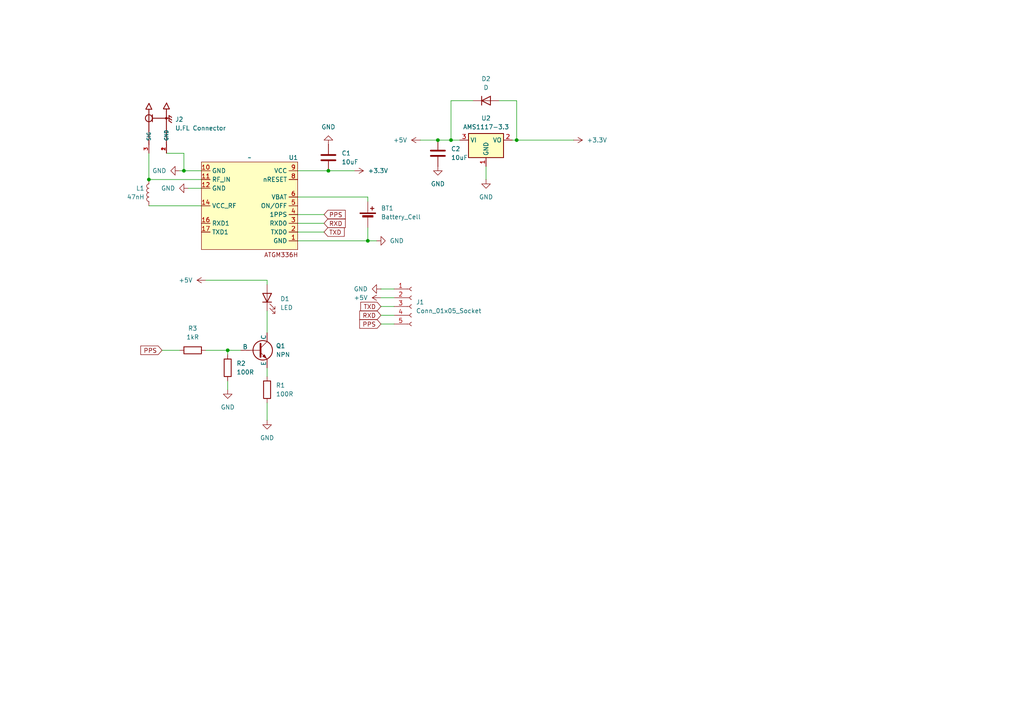
<source format=kicad_sch>
(kicad_sch (version 20231120) (generator "eeschema") (generator_version "8.0")
  (paper "A4")
  (lib_symbols
    (symbol "Connector:Conn_01x05_Socket" (pin_names (offset 1.016) hide)
      (property "Reference" "J" (at 0 7.62 0))
      (property "Value" "Conn_01x05_Socket" (at 0 -7.62 0))
      (symbol "Conn_01x05_Socket_1_1"
        (arc (start 0 -4.572) (mid -0.5058 -5.08) (end 0 -5.588) (stroke (width 0.1524)))
        (arc (start 0 -2.032) (mid -0.5058 -2.54) (end 0 -3.048) (stroke (width 0.1524)))
        (polyline (pts (xy -1.27 -5.08) (xy -0.508 -5.08)) (stroke (width 0.1524)))
        (polyline (pts (xy -1.27 -2.54) (xy -0.508 -2.54)) (stroke (width 0.1524)))
        (polyline (pts (xy -1.27 0) (xy -0.508 0)) (stroke (width 0.1524)))
        (polyline (pts (xy -1.27 2.54) (xy -0.508 2.54)) (stroke (width 0.1524)))
        (polyline (pts (xy -1.27 5.08) (xy -0.508 5.08)) (stroke (width 0.1524)))
        (arc (start 0 0.508) (mid -0.5058 0) (end 0 -0.508) (stroke (width 0.1524)))
        (arc (start 0 3.048) (mid -0.5058 2.54) (end 0 2.032) (stroke (width 0.1524)))
        (arc (start 0 5.588) (mid -0.5058 5.08) (end 0 4.572) (stroke (width 0.1524)))
        (pin passive line (at -5.08 5.08 0) (length 3.81) (name "Pin_1") (number "1"))
        (pin passive line (at -5.08 2.54 0) (length 3.81) (name "Pin_2") (number "2"))
        (pin passive line (at -5.08 0 0) (length 3.81) (name "Pin_3") (number "3"))
        (pin passive line (at -5.08 -2.54 0) (length 3.81) (name "Pin_4") (number "4"))
        (pin passive line (at -5.08 -5.08 0) (length 3.81) (name "Pin_5") (number "5"))
      )
    )
    (symbol "Device:Battery_Cell" (pin_numbers hide) (pin_names (offset 0) hide)
      (property "Reference" "BT" (at 2.54 2.54 0))
      (property "Value" "Battery_Cell" (at 2.54 0 0))
      (symbol "Battery_Cell_0_1"
        (rectangle (start -2.286 1.778) (end 2.286 1.524) (fill (type outline)))
        (rectangle (start -1.524 1.016) (end 1.524 0.508) (fill (type outline)))
        (polyline (pts (xy 0 0.762) (xy 0 0)))
        (polyline (pts (xy 0 1.778) (xy 0 2.54)))
        (polyline (pts (xy 0.762 3.048) (xy 1.778 3.048)) (stroke (width 0.254)))
        (polyline (pts (xy 1.27 3.556) (xy 1.27 2.54)) (stroke (width 0.254)))
      )
      (symbol "Battery_Cell_1_1"
        (pin passive line (at 0 5.08 270) (length 2.54) (name "+") (number "1"))
        (pin passive line (at 0 -2.54 90) (length 2.54) (name "-") (number "2"))
      )
    )
    (symbol "Device:C" (pin_numbers hide) (pin_names (offset 0.254))
      (property "Reference" "C" (at 0.635 2.54 0))
      (property "Value" "C" (at 0.635 -2.54 0))
      (symbol "C_0_1"
        (polyline (pts (xy -2.032 -0.762) (xy 2.032 -0.762)) (stroke (width 0.508)))
        (polyline (pts (xy -2.032 0.762) (xy 2.032 0.762)) (stroke (width 0.508)))
      )
      (symbol "C_1_1"
        (pin passive line (at 0 3.81 270) (length 2.794) (name "~") (number "1"))
        (pin passive line (at 0 -3.81 90) (length 2.794) (name "~") (number "2"))
      )
    )
    (symbol "Device:D" (pin_numbers hide) (pin_names (offset 1.016) hide)
      (property "Reference" "D" (at 0 2.54 0))
      (property "Value" "D" (at 0 -2.54 0))
      (symbol "D_0_1"
        (polyline (pts (xy -1.27 1.27) (xy -1.27 -1.27)) (stroke (width 0.254)))
        (polyline (pts (xy 1.27 0) (xy -1.27 0)))
        (polyline (pts (xy 1.27 1.27) (xy 1.27 -1.27) (xy -1.27 0) (xy 1.27 1.27)) (stroke (width 0.254)))
      )
      (symbol "D_1_1"
        (pin passive line (at -3.81 0 0) (length 2.54) (name "K") (number "1"))
        (pin passive line (at 3.81 0 180) (length 2.54) (name "A") (number "2"))
      )
    )
    (symbol "Device:L" (pin_numbers hide) (pin_names (offset 1.016) hide)
      (property "Reference" "L" (at -1.27 0 90))
      (property "Value" "L" (at 1.905 0 90))
      (symbol "L_0_1"
        (arc (start 0 -2.54) (mid 0.6323 -1.905) (end 0 -1.27))
        (arc (start 0 -1.27) (mid 0.6323 -0.635) (end 0 0))
        (arc (start 0 0) (mid 0.6323 0.635) (end 0 1.27))
        (arc (start 0 1.27) (mid 0.6323 1.905) (end 0 2.54))
      )
      (symbol "L_1_1"
        (pin passive line (at 0 3.81 270) (length 1.27) (name "1") (number "1"))
        (pin passive line (at 0 -3.81 90) (length 1.27) (name "2") (number "2"))
      )
    )
    (symbol "Device:LED" (pin_numbers hide) (pin_names (offset 1.016) hide)
      (property "Reference" "D" (at 0 2.54 0))
      (property "Value" "LED" (at 0 -2.54 0))
      (symbol "LED_0_1"
        (polyline (pts (xy -1.27 -1.27) (xy -1.27 1.27)) (stroke (width 0.254)))
        (polyline (pts (xy -1.27 0) (xy 1.27 0)))
        (polyline (pts (xy 1.27 -1.27) (xy 1.27 1.27) (xy -1.27 0) (xy 1.27 -1.27)) (stroke (width 0.254)))
        (polyline (pts (xy -3.048 -0.762) (xy -4.572 -2.286) (xy -3.81 -2.286) (xy -4.572 -2.286) (xy -4.572 -1.524)))
        (polyline (pts (xy -1.778 -0.762) (xy -3.302 -2.286) (xy -2.54 -2.286) (xy -3.302 -2.286) (xy -3.302 -1.524)))
      )
      (symbol "LED_1_1"
        (pin passive line (at -3.81 0 0) (length 2.54) (name "K") (number "1"))
        (pin passive line (at 3.81 0 180) (length 2.54) (name "A") (number "2"))
      )
    )
    (symbol "Device:R" (pin_numbers hide) (pin_names (offset 0))
      (property "Reference" "R" (at 2.032 0 90))
      (property "Value" "R" (at 0 0 90))
      (symbol "R_0_1"
        (rectangle (start -1.016 -2.54) (end 1.016 2.54) (stroke (width 0.254)))
      )
      (symbol "R_1_1"
        (pin passive line (at 0 3.81 270) (length 1.27) (name "~") (number "1"))
        (pin passive line (at 0 -3.81 90) (length 1.27) (name "~") (number "2"))
      )
    )
    (symbol "GPS:ATGM336H"
      (property "Reference" "U" (at -0.254 0.254 0))
      (symbol "ATGM336H_0_1"
        (rectangle (start -13.97 12.7) (end 13.97 -12.7) (fill (type background)))
      )
      (symbol "ATGM336H_1_1"
        (text "ATGM336H" (at 9.144 -14.224 0) (effects (font (size 1.27 1.27))))
        (pin power_in line (at 13.97 -10.16 180) (length 2.54) (name "GND") (number "1"))
        (pin power_in line (at -13.97 10.16 0) (length 2.54) (name "GND") (number "10"))
        (pin input line (at -13.97 7.62 0) (length 2.54) (name "RF_IN") (number "11"))
        (pin power_in line (at -13.97 5.08 0) (length 2.54) (name "GND") (number "12"))
        (pin no_connect line (at -13.97 2.54 0) (length 2.54) hide (name "NC") (number "13"))
        (pin power_out line (at -13.97 0 0) (length 2.54) (name "VCC_RF") (number "14"))
        (pin no_connect line (at -13.97 -2.54 0) (length 2.54) hide (name "RSVED") (number "15"))
        (pin input line (at -13.97 -5.08 0) (length 2.54) (name "RXD1") (number "16"))
        (pin output line (at -13.97 -7.62 0) (length 2.54) (name "TXD1") (number "17"))
        (pin no_connect line (at -13.97 -10.16 0) (length 2.54) hide (name "RSVED") (number "18"))
        (pin output line (at 13.97 -7.62 180) (length 2.54) (name "TXD0") (number "2"))
        (pin input line (at 13.97 -5.08 180) (length 2.54) (name "RXD0") (number "3"))
        (pin output line (at 13.97 -2.54 180) (length 2.54) (name "1PPS") (number "4"))
        (pin input line (at 13.97 0 180) (length 2.54) (name "ON/OFF") (number "5"))
        (pin power_in line (at 13.97 2.54 180) (length 2.54) (name "VBAT") (number "6"))
        (pin no_connect line (at 13.97 5.08 180) (length 2.54) hide (name "NC") (number "7"))
        (pin input line (at 13.97 7.62 180) (length 2.54) (name "nRESET") (number "8"))
        (pin power_in line (at 13.97 10.16 180) (length 2.54) (name "VCC") (number "9"))
      )
    )
    (symbol "Regulator_Linear:AMS1117-3.3"
      (property "Reference" "U" (at -3.81 3.175 0))
      (property "Value" "AMS1117-3.3" (at 0 3.175 0))
      (symbol "AMS1117-3.3_0_1"
        (rectangle (start -5.08 -5.08) (end 5.08 1.905) (stroke (width 0.254)) (fill (type background)))
      )
      (symbol "AMS1117-3.3_1_1"
        (pin power_in line (at 0 -7.62 90) (length 2.54) (name "GND") (number "1"))
        (pin power_out line (at 7.62 0 180) (length 2.54) (name "VO") (number "2"))
        (pin power_in line (at -7.62 0 0) (length 2.54) (name "VI") (number "3"))
      )
    )
    (symbol "Simulation_SPICE:NPN" (pin_numbers hide) (pin_names (offset 0))
      (property "Reference" "Q" (at -2.54 7.62 0))
      (property "Value" "NPN" (at -2.54 5.08 0))
      (symbol "NPN_0_1"
        (polyline (pts (xy -2.54 0) (xy 0.635 0)) (stroke (width 0.1524)))
        (polyline (pts (xy 0.635 0.635) (xy 2.54 2.54)))
        (polyline (pts (xy 2.794 -1.27) (xy 2.794 -1.27)) (stroke (width 0.1524)))
        (polyline (pts (xy 2.794 -1.27) (xy 2.794 -1.27)) (stroke (width 0.1524)))
        (polyline (pts (xy 0.635 -0.635) (xy 2.54 -2.54) (xy 2.54 -2.54)))
        (polyline (pts (xy 0.635 1.905) (xy 0.635 -1.905) (xy 0.635 -1.905)) (stroke (width 0.508)))
        (polyline (pts (xy 1.27 -1.778) (xy 1.778 -1.27) (xy 2.286 -2.286) (xy 1.27 -1.778) (xy 1.27 -1.778)) (fill (type outline)))
        (circle (center 1.27 0) (radius 2.8194) (stroke (width 0.254)))
      )
      (symbol "NPN_1_1"
        (pin open_collector line (at 2.54 5.08 270) (length 2.54) (name "C") (number "1"))
        (pin input line (at -5.08 0 0) (length 2.54) (name "B") (number "2"))
        (pin open_emitter line (at 2.54 -5.08 90) (length 2.54) (name "E") (number "3"))
      )
    )
    (symbol "U.FL-R-SMT_01_:U.FL-R-SMT_01_" (pin_names (offset 1.016))
      (property "Reference" "J" (at -3.8186 4.0731 0))
      (property "Value" "U.FL-R-SMT_01_" (at -4.3278 -5.6007 0))
      (symbol "U.FL-R-SMT_01__0_0"
        (circle (center 0 -2.54) (radius 0.254) (stroke (width 0.254)))
        (polyline (pts (xy -7.62 -2.54) (xy 0 -2.54)) (stroke (width 0.254)))
        (polyline (pts (xy -7.62 2.54) (xy 2.54 2.54)) (stroke (width 0.254)))
        (polyline (pts (xy -1.016 1.524) (xy 0 1.524)) (stroke (width 0.254)))
        (polyline (pts (xy -0.762 -3.302) (xy -1.27 -4.064)) (stroke (width 0.254)))
        (polyline (pts (xy 0 -3.302) (xy -0.762 -3.302)) (stroke (width 0.254)))
        (polyline (pts (xy 0 -3.302) (xy -0.508 -4.064)) (stroke (width 0.254)))
        (polyline (pts (xy 0 -3.302) (xy 0.762 -3.302)) (stroke (width 0.254)))
        (polyline (pts (xy 0 -2.54) (xy 0 -3.302)) (stroke (width 0.254)))
        (polyline (pts (xy 0 1.524) (xy 0 -2.54)) (stroke (width 0.254)))
        (polyline (pts (xy 0 1.524) (xy 1.016 1.524)) (stroke (width 0.254)))
        (polyline (pts (xy 0.762 -3.302) (xy 0.254 -4.064)) (stroke (width 0.254)))
        (polyline (pts (xy 2.54 -2.54) (xy 0 -2.54)) (stroke (width 0.254)))
        (polyline (pts (xy 2.6 1.7) (xy 4.3 2.5)) (stroke (width 0.254)))
        (polyline (pts (xy 2.6 3.4) (xy 2.6 1.7)) (stroke (width 0.254)))
        (polyline (pts (xy 2.7 -3.4) (xy 4.4 -2.6)) (stroke (width 0.254)))
        (polyline (pts (xy 2.7 -1.7) (xy 2.7 -3.4)) (stroke (width 0.254)))
        (polyline (pts (xy 4.3 2.5) (xy 2.7 3.4)) (stroke (width 0.254)))
        (polyline (pts (xy 4.4 -2.6) (xy 2.8 -1.7)) (stroke (width 0.254)))
        (circle (center 0 2.54) (radius 1.016) (stroke (width 0.254)))
        (pin passive line (at -10.16 -2.54 0) (length 2.54) (name "GND") (number "1"))
        (pin passive line (at -10.16 -2.54 0) (length 2.54) (name "GND") (number "2"))
        (pin passive line (at -10.16 2.54 0) (length 2.54) (name "SIG") (number "3"))
      )
    )
    (symbol "power:+3.3V" (power) (pin_numbers hide) (pin_names (offset 0) hide)
      (property "Value" "+3.3V" (at 0 3.556 0))
      (symbol "+3.3V_0_1"
        (polyline (pts (xy -0.762 1.27) (xy 0 2.54)))
        (polyline (pts (xy 0 0) (xy 0 2.54)))
        (polyline (pts (xy 0 2.54) (xy 0.762 1.27)))
      )
      (symbol "+3.3V_1_1"
        (pin power_in line (at 0 0 90) (length 0) (name "~") (number "1"))
      )
    )
    (symbol "power:+5V" (power) (pin_numbers hide) (pin_names (offset 0) hide)
      (property "Value" "+5V" (at 0 3.556 0))
      (symbol "+5V_0_1"
        (polyline (pts (xy -0.762 1.27) (xy 0 2.54)))
        (polyline (pts (xy 0 0) (xy 0 2.54)))
        (polyline (pts (xy 0 2.54) (xy 0.762 1.27)))
      )
      (symbol "+5V_1_1"
        (pin power_in line (at 0 0 90) (length 0) (name "~") (number "1"))
      )
    )
    (symbol "power:GND" (power) (pin_numbers hide) (pin_names (offset 0) hide)
      (property "Value" "GND" (at 0 -3.81 0))
      (symbol "GND_0_1"
        (polyline (pts (xy 0 0) (xy 0 -1.27) (xy 1.27 -1.27) (xy 0 -2.54) (xy -1.27 -1.27) (xy 0 -1.27)))
      )
      (symbol "GND_1_1"
        (pin power_in line (at 0 0 270) (length 0) (name "~") (number "1"))
      )
    )
  )
  (junction (at 43.18 52.07))
  (junction (at 53.34 49.53))
  (junction (at 127 40.64))
  (junction (at 106.68 69.85))
  (junction (at 95.25 49.53))
  (junction (at 130.81 40.64))
  (junction (at 66.04 101.6))
  (junction (at 149.86 40.64))
  (wire (pts (xy 43.18 44.45) (xy 43.18 52.07)))
  (wire (pts (xy 58.42 54.61) (xy 54.61 54.61)))
  (wire (pts (xy 86.36 49.53) (xy 95.25 49.53)))
  (wire (pts (xy 66.04 102.87) (xy 66.04 101.6)))
  (wire (pts (xy 86.36 57.15) (xy 106.68 57.15)))
  (wire (pts (xy 110.49 83.82) (xy 114.3 83.82)))
  (wire (pts (xy 77.47 90.17) (xy 77.47 96.52)))
  (wire (pts (xy 46.99 101.6) (xy 52.07 101.6)))
  (wire (pts (xy 106.68 66.04) (xy 106.68 69.85)))
  (wire (pts (xy 110.49 88.9) (xy 114.3 88.9)))
  (wire (pts (xy 148.59 40.64) (xy 149.86 40.64)))
  (wire (pts (xy 95.25 49.53) (xy 102.87 49.53)))
  (wire (pts (xy 110.49 93.98) (xy 114.3 93.98)))
  (wire (pts (xy 110.49 86.36) (xy 114.3 86.36)))
  (wire (pts (xy 149.86 40.64) (xy 166.37 40.64)))
  (wire (pts (xy 130.81 40.64) (xy 130.81 29.21)))
  (wire (pts (xy 130.81 29.21) (xy 137.16 29.21)))
  (wire (pts (xy 52.07 49.53) (xy 53.34 49.53)))
  (wire (pts (xy 53.34 44.45) (xy 53.34 49.53)))
  (wire (pts (xy 58.42 52.07) (xy 43.18 52.07)))
  (wire (pts (xy 86.36 62.23) (xy 93.98 62.23)))
  (wire (pts (xy 106.68 57.15) (xy 106.68 58.42)))
  (wire (pts (xy 86.36 64.77) (xy 93.98 64.77)))
  (wire (pts (xy 86.36 69.85) (xy 106.68 69.85)))
  (wire (pts (xy 106.68 69.85) (xy 109.22 69.85)))
  (wire (pts (xy 66.04 101.6) (xy 69.85 101.6)))
  (wire (pts (xy 121.92 40.64) (xy 127 40.64)))
  (wire (pts (xy 77.47 106.68) (xy 77.47 109.22)))
  (wire (pts (xy 77.47 116.84) (xy 77.47 121.92)))
  (wire (pts (xy 86.36 67.31) (xy 93.98 67.31)))
  (wire (pts (xy 130.81 40.64) (xy 133.35 40.64)))
  (wire (pts (xy 59.69 101.6) (xy 66.04 101.6)))
  (wire (pts (xy 59.69 81.28) (xy 77.47 81.28)))
  (wire (pts (xy 53.34 44.45) (xy 48.26 44.45)))
  (wire (pts (xy 149.86 29.21) (xy 149.86 40.64)))
  (wire (pts (xy 110.49 91.44) (xy 114.3 91.44)))
  (wire (pts (xy 140.97 52.07) (xy 140.97 48.26)))
  (wire (pts (xy 77.47 81.28) (xy 77.47 82.55)))
  (wire (pts (xy 144.78 29.21) (xy 149.86 29.21)))
  (wire (pts (xy 66.04 110.49) (xy 66.04 113.03)))
  (wire (pts (xy 127 40.64) (xy 130.81 40.64)))
  (wire (pts (xy 53.34 49.53) (xy 58.42 49.53)))
  (wire (pts (xy 43.18 59.69) (xy 58.42 59.69)))
  (global_label "PPS" (shape input) (at 93.98 62.23 0) (property "Intersheetrefs" "${INTERSHEET_REFS}" (effects (hide yes))))
  (global_label "PPS" (shape input) (at 110.49 93.98 180) (property "Intersheetrefs" "${INTERSHEET_REFS}" (effects (hide yes))))
  (global_label "RXD" (shape input) (at 93.98 64.77 0) (property "Intersheetrefs" "${INTERSHEET_REFS}" (effects (hide yes))))
  (global_label "TXD" (shape input) (at 93.98 67.31 0) (property "Intersheetrefs" "${INTERSHEET_REFS}" (effects (hide yes))))
  (global_label "RXD" (shape input) (at 110.49 91.44 180) (property "Intersheetrefs" "${INTERSHEET_REFS}" (effects (hide yes))))
  (global_label "PPS" (shape input) (at 46.99 101.6 180) (property "Intersheetrefs" "${INTERSHEET_REFS}" (effects (hide yes))))
  (global_label "TXD" (shape input) (at 110.49 88.9 180) (property "Intersheetrefs" "${INTERSHEET_REFS}" (effects (hide yes))))
  (symbol (lib_id "Device:R") (at 55.88 101.6 270) (unit 1)
    (property "Reference" "R3" (at 55.88 95.25 90))
    (property "Value" "1kR" (at 55.88 97.79 90))
    (property "Footprint" "Resistor_SMD:R_0603_1608Metric_Pad0.98x0.95mm_HandSolder" (effects (hide yes)))
    (property "Description" "Resistor" (effects (hide yes)))
  )
  (symbol (lib_id "Simulation_SPICE:NPN") (at 74.93 101.6 0) (unit 1)
    (property "Reference" "Q1" (at 80.01 100.3299 0) (effects (justify left)))
    (property "Value" "NPN" (at 80.01 102.8699 0) (effects (justify left)))
    (property "Footprint" "Package_TO_SOT_SMD:SOT-89-3_Handsoldering" (effects (hide yes)))
    (property "Datasheet" "https://ngspice.sourceforge.io/docs/ngspice-html-manual/manual.xhtml#cha_BJTs" (effects (hide yes)))
    (property "Description" "Bipolar transistor symbol for simulation only, substrate tied to the emitter" (effects (hide yes)))
    (property "Sim.Device" "NPN" (effects (hide yes)))
    (property "Sim.Type" "GUMMELPOON" (effects (hide yes)))
    (property "Sim.Pins" "1=C 2=B 3=E" (effects (hide yes)))
  )
  (symbol (lib_id "power:GND") (at 77.47 121.92 0) (unit 1)
    (property "Reference" "#PWR04" (effects (hide yes)))
    (property "Value" "GND" (at 77.47 127 0))
    (property "Description" "Power symbol creates a global label with name \"GND\" , ground" (effects (hide yes)))
  )
  (symbol (lib_id "power:+5V") (at 121.92 40.64 90) (unit 1)
    (property "Reference" "#PWR06" (effects (hide yes)))
    (property "Value" "+5V" (at 118.11 40.6399 90) (effects (justify left)))
    (property "Description" "Power symbol creates a global label with name \"+5V\"" (effects (hide yes)))
  )
  (symbol (lib_id "power:GND") (at 95.25 41.91 180) (unit 1)
    (property "Reference" "#PWR022" (effects (hide yes)))
    (property "Value" "GND" (at 95.25 36.83 0))
    (property "Description" "Power symbol creates a global label with name \"GND\" , ground" (effects (hide yes)))
  )
  (symbol (lib_id "Connector:Conn_01x05_Socket") (at 119.38 88.9 0) (unit 1)
    (property "Reference" "J1" (at 120.65 87.6299 0) (effects (justify left)))
    (property "Value" "Conn_01x05_Socket" (at 120.65 90.1699 0) (effects (justify left)))
    (property "Footprint" "Connector_PinSocket_2.54mm:PinSocket_1x05_P2.54mm_Vertical" (effects (hide yes)))
    (property "Description" "Generic connector, single row, 01x05, script generated" (effects (hide yes)))
  )
  (symbol (lib_id "power:GND") (at 52.07 49.53 270) (unit 1)
    (property "Reference" "#PWR015" (effects (hide yes)))
    (property "Value" "GND" (at 48.26 49.5299 90) (effects (justify right)))
    (property "Description" "Power symbol creates a global label with name \"GND\" , ground" (effects (hide yes)))
  )
  (symbol (lib_id "Device:C") (at 95.25 45.72 0) (unit 1)
    (property "Reference" "C1" (at 99.06 44.4499 0) (effects (justify left)))
    (property "Value" "10uF" (at 99.06 46.9899 0) (effects (justify left)))
    (property "Footprint" "Capacitor_SMD:C_0603_1608Metric_Pad1.08x0.95mm_HandSolder" (effects (hide yes)))
    (property "Description" "Unpolarized capacitor" (effects (hide yes)))
  )
  (symbol (lib_id "power:GND") (at 66.04 113.03 0) (unit 1)
    (property "Reference" "#PWR05" (effects (hide yes)))
    (property "Value" "GND" (at 66.04 118.11 0))
    (property "Description" "Power symbol creates a global label with name \"GND\" , ground" (effects (hide yes)))
  )
  (symbol (lib_id "Device:D") (at 140.97 29.21 0) (unit 1)
    (property "Reference" "D2" (at 140.97 22.86 0))
    (property "Value" "D" (at 140.97 25.4 0))
    (property "Footprint" "Diode_SMD:D_0603_1608Metric_Pad1.05x0.95mm_HandSolder" (effects (hide yes)))
    (property "Description" "Diode" (effects (hide yes)))
    (property "Sim.Device" "D" (effects (hide yes)))
    (property "Sim.Pins" "1=K 2=A" (effects (hide yes)))
  )
  (symbol (lib_id "Device:R") (at 66.04 106.68 0) (unit 1)
    (property "Reference" "R2" (at 68.58 105.4099 0) (effects (justify left)))
    (property "Value" "100R" (at 68.58 107.9499 0) (effects (justify left)))
    (property "Footprint" "Resistor_SMD:R_0603_1608Metric_Pad0.98x0.95mm_HandSolder" (effects (hide yes)))
    (property "Description" "Resistor" (effects (hide yes)))
  )
  (symbol (lib_id "Regulator_Linear:AMS1117-3.3") (at 140.97 40.64 0) (unit 1)
    (property "Reference" "U2" (at 140.97 34.29 0))
    (property "Value" "AMS1117-3.3" (at 140.97 36.83 0))
    (property "Footprint" "Package_TO_SOT_SMD:SOT-223-3_TabPin2" (effects (hide yes)))
    (property "Datasheet" "http://www.advanced-monolithic.com/pdf/ds1117.pdf" (effects (hide yes)))
    (property "Description" "1A Low Dropout regulator, positive, 3.3V fixed output, SOT-223" (effects (hide yes)))
  )
  (symbol (lib_id "Device:R") (at 77.47 113.03 180) (unit 1)
    (property "Reference" "R1" (at 80.01 111.7599 0) (effects (justify right)))
    (property "Value" "100R" (at 80.01 114.2999 0) (effects (justify right)))
    (property "Footprint" "Resistor_SMD:R_0603_1608Metric_Pad0.98x0.95mm_HandSolder" (effects (hide yes)))
    (property "Description" "Resistor" (effects (hide yes)))
  )
  (symbol (lib_id "Device:Battery_Cell") (at 106.68 63.5 0) (unit 1)
    (property "Reference" "BT1" (at 110.49 60.3884 0) (effects (justify left)))
    (property "Value" "Battery_Cell" (at 110.49 62.9284 0) (effects (justify left)))
    (property "Footprint" "footprints:BAT_1056TR" (effects (hide yes)))
    (property "Description" "Single-cell battery" (effects (hide yes)))
  )
  (symbol (lib_id "GPS:ATGM336H") (at 72.39 59.69 0) (unit 1)
    (property "Reference" "U1" (at 85.09 45.72 0))
    (property "Value" "~" (at 72.39 45.72 0))
    (property "Footprint" "footprints:ATGM336H" (effects (hide yes)))
  )
  (symbol (lib_id "U.FL-R-SMT_01_:U.FL-R-SMT_01_") (at 45.72 34.29 90) (unit 1)
    (property "Reference" "J2" (at 50.8 34.6299 90) (effects (justify right)))
    (property "Value" "U.FL Connector" (at 50.8 37.1699 90) (effects (justify right)))
    (property "Footprint" "footprints:HRS_U.FL-R-SMT_01_" (effects (hide yes)))
    (property "MF" "Hirose Electric Co Ltd" (effects (hide yes)))
    (property "DESCRIPTION" "U.FL Series 6 Ghz 50 Ohm Ultra-small SMT Coaxial Cable Receptacle" (effects (hide yes)))
    (property "PACKAGE" "None" (effects (hide yes)))
    (property "PRICE" "0.84 USD" (effects (hide yes)))
    (property "Package" "None" (effects (hide yes)))
    (property "Check_prices" "https://www.snapeda.com/parts/U.FL-R-SMT(01)/Hirose+Electric+Co+Ltd/view-part/?ref=eda" (effects (hide yes)))
    (property "Price" "None" (effects (hide yes)))
    (property "SnapEDA_Link" "https://www.snapeda.com/parts/U.FL-R-SMT(01)/Hirose+Electric+Co+Ltd/view-part/?ref=snap" (effects (hide yes)))
    (property "MP" "U.FL-R-SMT(01)" (effects (hide yes)))
    (property "Availability" "In Stock" (effects (hide yes)))
    (property "AVAILABILITY" "Good" (effects (hide yes)))
    (property "Description_1" "\n                        \n                            U.FL (UMCC) Connector Receptacle, Male Pin 50 Ohms Surface Mount Solder\n                        \n" (effects (hide yes)))
  )
  (symbol (lib_id "power:GND") (at 127 48.26 0) (unit 1)
    (property "Reference" "#PWR010" (effects (hide yes)))
    (property "Value" "GND" (at 127 53.34 0))
    (property "Description" "Power symbol creates a global label with name \"GND\" , ground" (effects (hide yes)))
  )
  (symbol (lib_id "power:GND") (at 109.22 69.85 90) (unit 1)
    (property "Reference" "#PWR016" (effects (hide yes)))
    (property "Value" "GND" (at 113.03 69.8499 90) (effects (justify right)))
    (property "Description" "Power symbol creates a global label with name \"GND\" , ground" (effects (hide yes)))
  )
  (symbol (lib_id "power:+3.3V") (at 166.37 40.64 270) (unit 1)
    (property "Reference" "#PWR07" (effects (hide yes)))
    (property "Value" "+3.3V" (at 170.18 40.6399 90) (effects (justify left)))
    (property "Description" "Power symbol creates a global label with name \"+3.3V\"" (effects (hide yes)))
  )
  (symbol (lib_id "Device:LED") (at 77.47 86.36 90) (unit 1)
    (property "Reference" "D1" (at 81.28 86.6774 90) (effects (justify right)))
    (property "Value" "LED" (at 81.28 89.2174 90) (effects (justify right)))
    (property "Footprint" "LED_SMD:LED_0603_1608Metric" (effects (hide yes)))
    (property "Description" "Light emitting diode" (effects (hide yes)))
  )
  (symbol (lib_id "power:GND") (at 110.49 83.82 270) (unit 1)
    (property "Reference" "#PWR011" (effects (hide yes)))
    (property "Value" "GND" (at 106.68 83.8199 90) (effects (justify right)))
    (property "Description" "Power symbol creates a global label with name \"GND\" , ground" (effects (hide yes)))
  )
  (symbol (lib_id "power:+5V") (at 110.49 86.36 90) (unit 1)
    (property "Reference" "#PWR09" (effects (hide yes)))
    (property "Value" "+5V" (at 106.68 86.3599 90) (effects (justify left)))
    (property "Description" "Power symbol creates a global label with name \"+5V\"" (effects (hide yes)))
  )
  (symbol (lib_id "power:GND") (at 54.61 54.61 270) (unit 1)
    (property "Reference" "#PWR019" (effects (hide yes)))
    (property "Value" "GND" (at 50.8 54.6099 90) (effects (justify right)))
    (property "Description" "Power symbol creates a global label with name \"GND\" , ground" (effects (hide yes)))
  )
  (symbol (lib_id "power:GND") (at 140.97 52.07 0) (unit 1)
    (property "Reference" "#PWR08" (effects (hide yes)))
    (property "Value" "GND" (at 140.97 57.15 0))
    (property "Description" "Power symbol creates a global label with name \"GND\" , ground" (effects (hide yes)))
  )
  (symbol (lib_id "power:+5V") (at 59.69 81.28 90) (unit 1)
    (property "Reference" "#PWR03" (effects (hide yes)))
    (property "Value" "+5V" (at 55.88 81.2799 90) (effects (justify left)))
    (property "Description" "Power symbol creates a global label with name \"+5V\"" (effects (hide yes)))
  )
  (symbol (lib_id "power:+3.3V") (at 102.87 49.53 270) (unit 1)
    (property "Reference" "#PWR017" (effects (hide yes)))
    (property "Value" "+3.3V" (at 106.68 49.5299 90) (effects (justify left)))
    (property "Description" "Power symbol creates a global label with name \"+3.3V\"" (effects (hide yes)))
  )
  (symbol (lib_id "Device:L") (at 43.18 55.88 0) (mirror y) (unit 1)
    (property "Reference" "L1" (at 41.91 54.6099 0) (effects (justify left)))
    (property "Value" "47nH" (at 41.91 57.1499 0) (effects (justify left)))
    (property "Footprint" "Inductor_SMD:L_0603_1608Metric_Pad1.05x0.95mm_HandSolder" (effects (hide yes)))
    (property "Description" "Inductor" (effects (hide yes)))
  )
  (symbol (lib_id "Device:C") (at 127 44.45 180) (unit 1)
    (property "Reference" "C2" (at 130.81 43.1799 0) (effects (justify right)))
    (property "Value" "10uF" (at 130.81 45.7199 0) (effects (justify right)))
    (property "Footprint" "Capacitor_SMD:C_0603_1608Metric_Pad1.08x0.95mm_HandSolder" (effects (hide yes)))
    (property "Description" "Unpolarized capacitor" (effects (hide yes)))
  )
)
</source>
